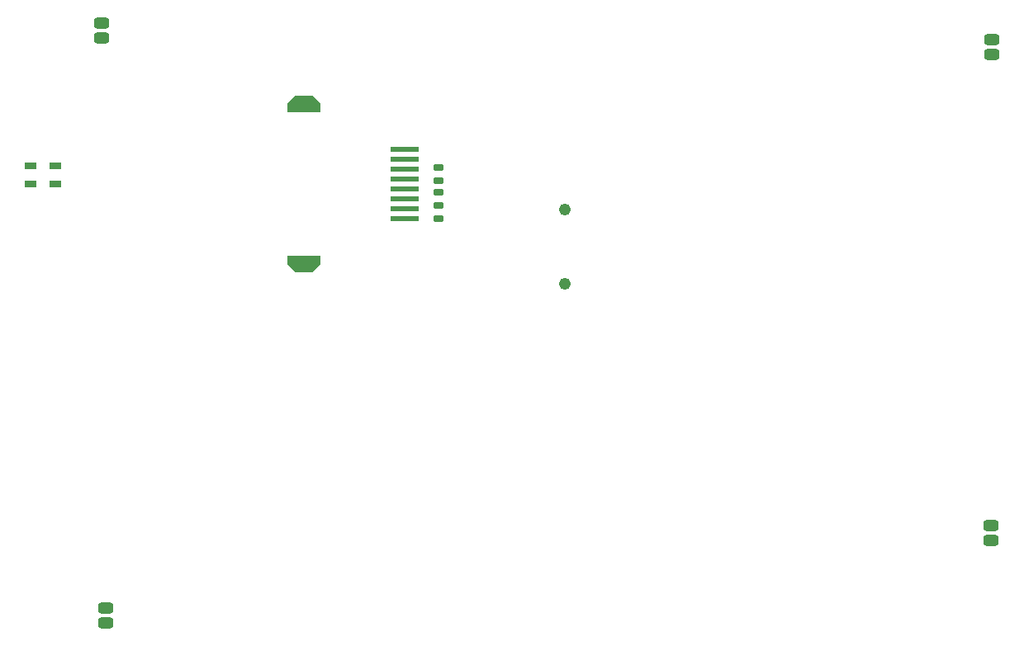
<source format=gbp>
G04*
G04 #@! TF.GenerationSoftware,Altium Limited,Altium Designer,18.1.9 (240)*
G04*
G04 Layer_Color=128*
%FSLAX25Y25*%
%MOIN*%
G70*
G01*
G75*
G04:AMPARAMS|DCode=68|XSize=27.13mil|YSize=37.37mil|CornerRadius=4.83mil|HoleSize=0mil|Usage=FLASHONLY|Rotation=90.000|XOffset=0mil|YOffset=0mil|HoleType=Round|Shape=RoundedRectangle|*
%AMROUNDEDRECTD68*
21,1,0.02713,0.02772,0,0,90.0*
21,1,0.01748,0.03737,0,0,90.0*
1,1,0.00965,0.01386,0.00874*
1,1,0.00965,0.01386,-0.00874*
1,1,0.00965,-0.01386,-0.00874*
1,1,0.00965,-0.01386,0.00874*
%
%ADD68ROUNDEDRECTD68*%
G04:AMPARAMS|DCode=326|XSize=48mil|YSize=48mil|CornerRadius=24mil|HoleSize=0mil|Usage=FLASHONLY|Rotation=180.000|XOffset=0mil|YOffset=0mil|HoleType=Round|Shape=RoundedRectangle|*
%AMROUNDEDRECTD326*
21,1,0.04800,0.00000,0,0,180.0*
21,1,0.00000,0.04800,0,0,180.0*
1,1,0.04800,0.00000,0.00000*
1,1,0.04800,0.00000,0.00000*
1,1,0.04800,0.00000,0.00000*
1,1,0.04800,0.00000,0.00000*
%
%ADD326ROUNDEDRECTD326*%
%ADD327R,0.11808X0.02202*%
%ADD328R,0.04721X0.03147*%
G04:AMPARAMS|DCode=329|XSize=44mil|YSize=61mil|CornerRadius=10.5mil|HoleSize=0mil|Usage=FLASHONLY|Rotation=90.000|XOffset=0mil|YOffset=0mil|HoleType=Round|Shape=RoundedRectangle|*
%AMROUNDEDRECTD329*
21,1,0.04400,0.04000,0,0,90.0*
21,1,0.02300,0.06100,0,0,90.0*
1,1,0.02100,0.02000,0.01150*
1,1,0.02100,0.02000,-0.01150*
1,1,0.02100,-0.02000,-0.01150*
1,1,0.02100,-0.02000,0.01150*
%
%ADD329ROUNDEDRECTD329*%
G36*
X21161Y-71752D02*
X34272Y-71752D01*
X34271Y-75414D01*
X31161Y-78524D01*
X24272Y-78524D01*
X21162Y-75413D01*
X21161Y-71752D01*
D02*
G37*
G36*
Y-13878D02*
X34272Y-13878D01*
X34271Y-10216D01*
X31161Y-7106D01*
X24272Y-7106D01*
X21162Y-10217D01*
X21161Y-13878D01*
D02*
G37*
G54D68*
X82087Y-51456D02*
D03*
Y-56811D02*
D03*
Y-46141D02*
D03*
Y-51496D02*
D03*
Y-36004D02*
D03*
Y-41358D02*
D03*
G54D326*
X133075Y-83225D02*
D03*
Y-53225D02*
D03*
G54D327*
X68405Y-52854D02*
D03*
Y-48839D02*
D03*
Y-28760D02*
D03*
Y-32776D02*
D03*
Y-36791D02*
D03*
Y-40807D02*
D03*
Y-44823D02*
D03*
Y-56870D02*
D03*
G54D328*
X-82700Y-42842D02*
D03*
Y-35558D02*
D03*
X-72500D02*
D03*
Y-42842D02*
D03*
G54D329*
X305217Y-186858D02*
D03*
Y-180858D02*
D03*
X-53900Y22100D02*
D03*
Y16100D02*
D03*
X-52100Y-214000D02*
D03*
Y-220000D02*
D03*
X305300Y15500D02*
D03*
Y9500D02*
D03*
M02*

</source>
